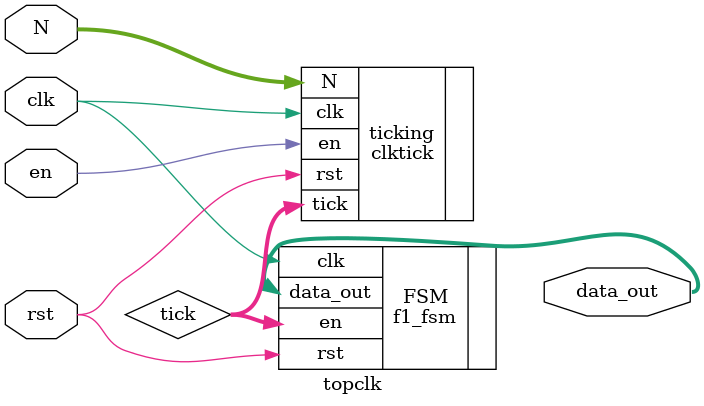
<source format=sv>
module topclk #(
    parameter   WIDTH = 16
)(
    // interface signals
    input logic                 clk,
    input logic                 rst,
    input logic                 en,
    input logic [WIDTH-1:0]     N,
    output logic [WIDTH-1:0]    data_out
);

    logic [1:0]         tick;

f1_fsm FSM (
    .clk (clk),
    .rst (rst),
    .en (tick),
    .data_out (data_out)

);

clktick ticking (
    .clk (clk),
    .rst (rst),
    .en (en),
    .N (N),
    .tick (tick)
);

endmodule

</source>
